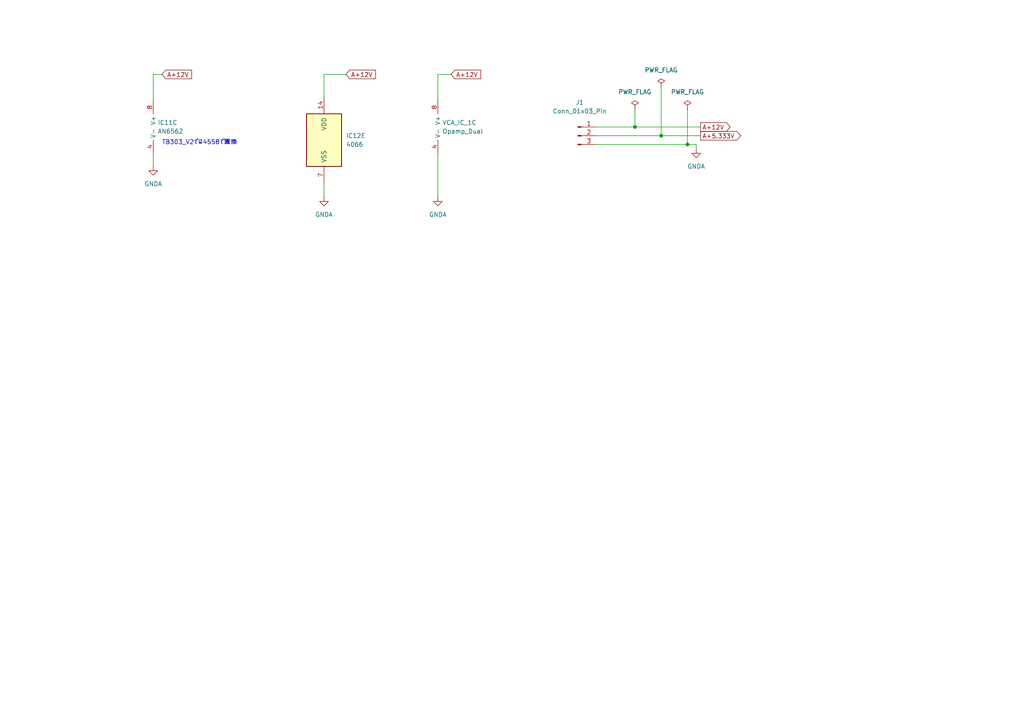
<source format=kicad_sch>
(kicad_sch (version 20231120) (generator "eeschema") (generator_version "8.0")
  (paper "A4")
  (lib_symbols
    (symbol "4xxx:4066" (pin_names (offset 1.016))
      (property "Reference" "U" (at -7.62 8.89 0))
      (property "Value" "4066" (at -7.62 -8.89 0))
      (symbol "4066_1_0"
        (polyline (pts (xy 0 1.27) (xy 0 2.54)) (stroke (width 0.1524)))
        (polyline (pts (xy -2.54 0) (xy 2.54 2.54) (xy 2.54 -2.54) (xy -2.54 0)) (fill (type background)))
        (polyline (pts (xy -2.54 2.54) (xy 2.54 0) (xy -2.54 -2.54) (xy -2.54 2.54)) (fill (type background)))
        (pin passive line (at -7.62 0 0) (length 5.08) (name "~") (number "1"))
        (pin input line (at 0 7.62 270) (length 5.08) (name "~") (number "13"))
        (pin passive line (at 7.62 0 180) (length 5.08) (name "~") (number "2"))
      )
      (symbol "4066_2_0"
        (polyline (pts (xy 0 1.27) (xy 0 2.54)) (stroke (width 0.1524)))
        (polyline (pts (xy -2.54 0) (xy 2.54 2.54) (xy 2.54 -2.54) (xy -2.54 0)) (fill (type background)))
        (polyline (pts (xy -2.54 2.54) (xy 2.54 0) (xy -2.54 -2.54) (xy -2.54 2.54)) (fill (type background)))
        (pin passive line (at 7.62 0 180) (length 5.08) (name "~") (number "3"))
        (pin passive line (at -7.62 0 0) (length 5.08) (name "~") (number "4"))
        (pin input line (at 0 7.62 270) (length 5.08) (name "~") (number "5"))
      )
      (symbol "4066_3_0"
        (polyline (pts (xy 0 1.27) (xy 0 2.54)) (stroke (width 0.1524)))
        (polyline (pts (xy -2.54 0) (xy 2.54 2.54) (xy 2.54 -2.54) (xy -2.54 0)) (fill (type background)))
        (polyline (pts (xy -2.54 2.54) (xy 2.54 0) (xy -2.54 -2.54) (xy -2.54 2.54)) (fill (type background)))
        (pin input line (at 0 7.62 270) (length 5.08) (name "~") (number "6"))
        (pin passive line (at -7.62 0 0) (length 5.08) (name "~") (number "8"))
        (pin passive line (at 7.62 0 180) (length 5.08) (name "~") (number "9"))
      )
      (symbol "4066_4_0"
        (polyline (pts (xy 0 1.27) (xy 0 2.54)) (stroke (width 0.1524)))
        (polyline (pts (xy -2.54 0) (xy 2.54 2.54) (xy 2.54 -2.54) (xy -2.54 0)) (fill (type background)))
        (polyline (pts (xy -2.54 2.54) (xy 2.54 0) (xy -2.54 -2.54) (xy -2.54 2.54)) (fill (type background)))
        (pin passive line (at 7.62 0 180) (length 5.08) (name "~") (number "10"))
        (pin passive line (at -7.62 0 0) (length 5.08) (name "~") (number "11"))
        (pin input line (at 0 7.62 270) (length 5.08) (name "~") (number "12"))
      )
      (symbol "4066_5_0"
        (pin power_in line (at 0 12.7 270) (length 5.08) (name "VDD") (number "14"))
        (pin power_in line (at 0 -12.7 90) (length 5.08) (name "VSS") (number "7"))
      )
      (symbol "4066_5_1"
        (rectangle (start -5.08 7.62) (end 5.08 -7.62) (stroke (width 0.254)) (fill (type background)))
      )
    )
    (symbol "Connector:Conn_01x03_Pin" (pin_names (offset 1.016) hide)
      (property "Reference" "J" (at 0 5.08 0))
      (property "Value" "Conn_01x03_Pin" (at 0 -5.08 0))
      (symbol "Conn_01x03_Pin_1_1"
        (polyline (pts (xy 1.27 -2.54) (xy 0.8636 -2.54)) (stroke (width 0.1524)))
        (polyline (pts (xy 1.27 0) (xy 0.8636 0)) (stroke (width 0.1524)))
        (polyline (pts (xy 1.27 2.54) (xy 0.8636 2.54)) (stroke (width 0.1524)))
        (rectangle (start 0.8636 -2.413) (end 0 -2.667) (stroke (width 0.1524)) (fill (type outline)))
        (rectangle (start 0.8636 0.127) (end 0 -0.127) (stroke (width 0.1524)) (fill (type outline)))
        (rectangle (start 0.8636 2.667) (end 0 2.413) (stroke (width 0.1524)) (fill (type outline)))
        (pin passive line (at 5.08 2.54 180) (length 3.81) (name "Pin_1") (number "1"))
        (pin passive line (at 5.08 0 180) (length 3.81) (name "Pin_2") (number "2"))
        (pin passive line (at 5.08 -2.54 180) (length 3.81) (name "Pin_3") (number "3"))
      )
    )
    (symbol "Device:Opamp_Dual"
      (property "Reference" "U" (at 0 5.08 0))
      (property "Value" "Opamp_Dual" (at 0 -5.08 0))
      (symbol "Opamp_Dual_1_1"
        (polyline (pts (xy -5.08 5.08) (xy 5.08 0) (xy -5.08 -5.08) (xy -5.08 5.08)) (stroke (width 0.254)) (fill (type background)))
        (pin output line (at 7.62 0 180) (length 2.54) (name "~") (number "1"))
        (pin input line (at -7.62 -2.54 0) (length 2.54) (name "-") (number "2"))
        (pin input line (at -7.62 2.54 0) (length 2.54) (name "+") (number "3"))
      )
      (symbol "Opamp_Dual_2_1"
        (polyline (pts (xy -5.08 5.08) (xy 5.08 0) (xy -5.08 -5.08) (xy -5.08 5.08)) (stroke (width 0.254)) (fill (type background)))
        (pin input line (at -7.62 2.54 0) (length 2.54) (name "+") (number "5"))
        (pin input line (at -7.62 -2.54 0) (length 2.54) (name "-") (number "6"))
        (pin output line (at 7.62 0 180) (length 2.54) (name "~") (number "7"))
      )
      (symbol "Opamp_Dual_3_1"
        (pin power_in line (at -2.54 -7.62 90) (length 3.81) (name "V-") (number "4"))
        (pin power_in line (at -2.54 7.62 270) (length 3.81) (name "V+") (number "8"))
      )
    )
    (symbol "power:GNDA" (power) (pin_numbers hide) (pin_names (offset 0) hide)
      (property "Value" "GNDA" (at 0 -3.81 0))
      (symbol "GNDA_0_1"
        (polyline (pts (xy 0 0) (xy 0 -1.27) (xy 1.27 -1.27) (xy 0 -2.54) (xy -1.27 -1.27) (xy 0 -1.27)))
      )
      (symbol "GNDA_1_1"
        (pin power_in line (at 0 0 270) (length 0) (name "~") (number "1"))
      )
    )
    (symbol "power:PWR_FLAG" (power) (pin_numbers hide) (pin_names (offset 0) hide)
      (property "Value" "PWR_FLAG" (at 0 3.81 0))
      (symbol "PWR_FLAG_0_0"
        (pin power_out line (at 0 0 90) (length 0) (name "~") (number "1"))
      )
      (symbol "PWR_FLAG_0_1"
        (polyline (pts (xy 0 0) (xy 0 1.27) (xy -1.016 1.905) (xy 0 2.54) (xy 1.016 1.905) (xy 0 1.27)))
      )
    )
  )
  (junction (at 184.15 36.83))
  (junction (at 199.39 41.91))
  (junction (at 191.77 39.37))
  (wire (pts (xy 199.39 41.91) (xy 201.93 41.91)))
  (wire (pts (xy 127 44.45) (xy 127 57.15)))
  (wire (pts (xy 201.93 41.91) (xy 201.93 43.18)))
  (wire (pts (xy 191.77 39.37) (xy 203.2 39.37)))
  (wire (pts (xy 199.39 31.75) (xy 199.39 41.91)))
  (wire (pts (xy 44.45 44.45) (xy 44.45 48.26)))
  (wire (pts (xy 172.72 36.83) (xy 184.15 36.83)))
  (wire (pts (xy 191.77 25.4) (xy 191.77 39.37)))
  (wire (pts (xy 184.15 36.83) (xy 203.2 36.83)))
  (wire (pts (xy 93.98 21.59) (xy 93.98 27.94)))
  (wire (pts (xy 46.99 21.59) (xy 44.45 21.59)))
  (wire (pts (xy 130.81 21.59) (xy 127 21.59)))
  (wire (pts (xy 93.98 53.34) (xy 93.98 57.15)))
  (wire (pts (xy 184.15 31.75) (xy 184.15 36.83)))
  (wire (pts (xy 172.72 41.91) (xy 199.39 41.91)))
  (wire (pts (xy 172.72 39.37) (xy 191.77 39.37)))
  (wire (pts (xy 100.33 21.59) (xy 93.98 21.59)))
  (wire (pts (xy 44.45 21.59) (xy 44.45 29.21)))
  (wire (pts (xy 127 21.59) (xy 127 29.21)))
  (text "TB303_V2では4558で置換" (at 57.912 41.402 0) (effects (font (size 1.27 1.27))))
  (global_label "A+12V" (shape input) (at 130.81 21.59 0) (property "Intersheetrefs" "${INTERSHEET_REFS}" (effects (hide yes))))
  (global_label "A+12V" (shape input) (at 46.99 21.59 0) (property "Intersheetrefs" "${INTERSHEET_REFS}" (effects (hide yes))))
  (global_label "A+12V" (shape input) (at 100.33 21.59 0) (property "Intersheetrefs" "${INTERSHEET_REFS}" (effects (hide yes))))
  (global_label "A+5.333V" (shape output) (at 203.2 39.37 0) (property "Intersheetrefs" "${INTERSHEET_REFS}" (effects (hide yes))))
  (global_label "A+12V" (shape output) (at 203.2 36.83 0) (property "Intersheetrefs" "${INTERSHEET_REFS}" (effects (hide yes))))
  (symbol (lib_id "power:PWR_FLAG") (at 191.77 25.4 0) (unit 1)
    (property "Reference" "#FLG03" (effects (hide yes)))
    (property "Value" "PWR_FLAG" (at 191.77 20.32 0))
    (property "Description" "Special symbol for telling ERC where power comes from" (effects (hide yes)))
  )
  (symbol (lib_id "power:GNDA") (at 127 57.15 0) (unit 1)
    (property "Reference" "#PWR042" (effects (hide yes)))
    (property "Value" "GNDA" (at 127 62.23 0))
    (property "Description" "Power symbol creates a global label with name \"GNDA\" , analog ground" (effects (hide yes)))
  )
  (symbol (lib_id "4xxx:4066") (at 93.98 40.64 0) (unit 5)
    (property "Reference" "IC12" (at 100.33 39.3699 0) (effects (justify left)))
    (property "Value" "4066" (at 100.33 41.9099 0) (effects (justify left)))
    (property "Footprint" "Package_DIP:DIP-14_W7.62mm" (effects (hide yes)))
    (property "Datasheet" "http://www.ti.com/lit/ds/symlink/cd4066b.pdf" (effects (hide yes)))
    (property "Description" "Quad Analog Switches" (effects (hide yes)))
  )
  (symbol (lib_id "Device:Opamp_Dual") (at 46.99 36.83 0) (unit 3)
    (property "Reference" "IC11" (at 45.72 35.5599 0) (effects (justify left)))
    (property "Value" "AN6562" (at 45.72 38.0999 0) (effects (justify left)))
    (property "Footprint" "Package_DIP:DIP-8_W7.62mm" (effects (hide yes)))
    (property "Description" "Dual operational amplifier" (effects (hide yes)))
    (property "Sim.Library" "${KICAD7_SYMBOL_DIR}/Simulation_SPICE.sp" (effects (hide yes)))
    (property "Sim.Name" "kicad_builtin_opamp_dual" (effects (hide yes)))
    (property "Sim.Device" "SUBCKT" (effects (hide yes)))
    (property "Sim.Pins" "1=out1 2=in1- 3=in1+ 4=vee 5=in2+ 6=in2- 7=out2 8=vcc" (effects (hide yes)))
  )
  (symbol (lib_id "Device:Opamp_Dual") (at 129.54 36.83 0) (unit 3)
    (property "Reference" "VCA_IC_1" (at 128.27 35.5599 0) (effects (justify left)))
    (property "Value" "Opamp_Dual" (at 128.27 38.0999 0) (effects (justify left)))
    (property "Description" "Dual operational amplifier" (effects (hide yes)))
    (property "Sim.Library" "${KICAD7_SYMBOL_DIR}/Simulation_SPICE.sp" (effects (hide yes)))
    (property "Sim.Name" "kicad_builtin_opamp_dual" (effects (hide yes)))
    (property "Sim.Device" "SUBCKT" (effects (hide yes)))
    (property "Sim.Pins" "1=out1 2=in1- 3=in1+ 4=vee 5=in2+ 6=in2- 7=out2 8=vcc" (effects (hide yes)))
  )
  (symbol (lib_id "power:GNDA") (at 93.98 57.15 0) (unit 1)
    (property "Reference" "#PWR09" (effects (hide yes)))
    (property "Value" "GNDA" (at 93.98 62.23 0))
    (property "Description" "Power symbol creates a global label with name \"GNDA\" , analog ground" (effects (hide yes)))
  )
  (symbol (lib_id "power:PWR_FLAG") (at 199.39 31.75 0) (unit 1)
    (property "Reference" "#FLG02" (effects (hide yes)))
    (property "Value" "PWR_FLAG" (at 199.39 26.67 0))
    (property "Description" "Special symbol for telling ERC where power comes from" (effects (hide yes)))
  )
  (symbol (lib_id "power:GNDA") (at 44.45 48.26 0) (unit 1)
    (property "Reference" "#PWR08" (effects (hide yes)))
    (property "Value" "GNDA" (at 44.45 53.34 0))
    (property "Description" "Power symbol creates a global label with name \"GNDA\" , analog ground" (effects (hide yes)))
  )
  (symbol (lib_id "power:PWR_FLAG") (at 184.15 31.75 0) (unit 1)
    (property "Reference" "#FLG01" (effects (hide yes)))
    (property "Value" "PWR_FLAG" (at 184.15 26.67 0))
    (property "Description" "Special symbol for telling ERC where power comes from" (effects (hide yes)))
  )
  (symbol (lib_id "power:GNDA") (at 201.93 43.18 0) (unit 1)
    (property "Reference" "#PWR049" (effects (hide yes)))
    (property "Value" "GNDA" (at 201.93 48.26 0))
    (property "Description" "Power symbol creates a global label with name \"GNDA\" , analog ground" (effects (hide yes)))
  )
  (symbol (lib_id "Connector:Conn_01x03_Pin") (at 167.64 39.37 0) (unit 1)
    (property "Reference" "J1" (at 168.148 29.718 0))
    (property "Value" "Conn_01x03_Pin" (at 168.148 32.258 0))
    (property "Footprint" "Connector_PinHeader_2.54mm:PinHeader_1x03_P2.54mm_Vertical" (effects (hide yes)))
    (property "Description" "Generic connector, single row, 01x03, script generated" (effects (hide yes)))
  )
)
</source>
